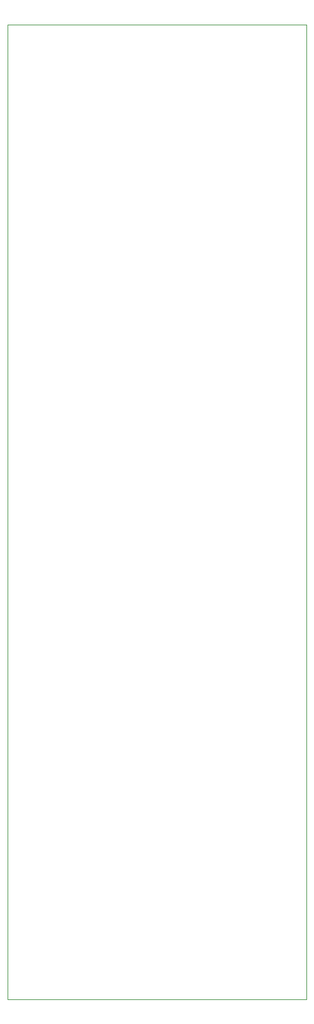
<source format=gm1>
G04 #@! TF.GenerationSoftware,KiCad,Pcbnew,(6.0.6)*
G04 #@! TF.CreationDate,2022-08-29T10:44:39+02:00*
G04 #@! TF.ProjectId,lem-adapter-board,6c656d2d-6164-4617-9074-65722d626f61,rev?*
G04 #@! TF.SameCoordinates,Original*
G04 #@! TF.FileFunction,Profile,NP*
%FSLAX46Y46*%
G04 Gerber Fmt 4.6, Leading zero omitted, Abs format (unit mm)*
G04 Created by KiCad (PCBNEW (6.0.6)) date 2022-08-29 10:44:39*
%MOMM*%
%LPD*%
G01*
G04 APERTURE LIST*
G04 #@! TA.AperFunction,Profile*
%ADD10C,0.100000*%
G04 #@! TD*
G04 APERTURE END LIST*
D10*
X34950400Y-142849600D02*
X74955400Y-142849600D01*
X74955400Y-142849600D02*
X74955400Y-12344400D01*
X74955400Y-12344400D02*
X34950400Y-12344400D01*
X34950400Y-12344400D02*
X34950400Y-142849600D01*
M02*

</source>
